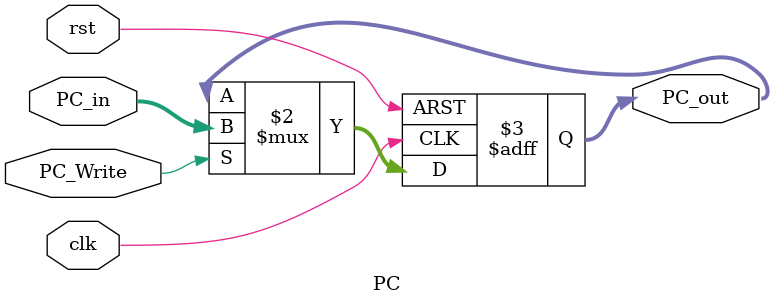
<source format=sv>
module  PC(
    clk,
    rst,
    PC_Write,
    PC_in,
    PC_out
);

input       clk, rst, PC_Write;
input       [31:0]PC_in;
output  reg [31:0]PC_out;

always@(posedge clk or posedge rst)
if(rst)
    //PC_out <= 32'd0;
    PC_out <= 32'hffff_fffc;
else
    PC_out <= (PC_Write)? PC_in : PC_out;

endmodule
</source>
